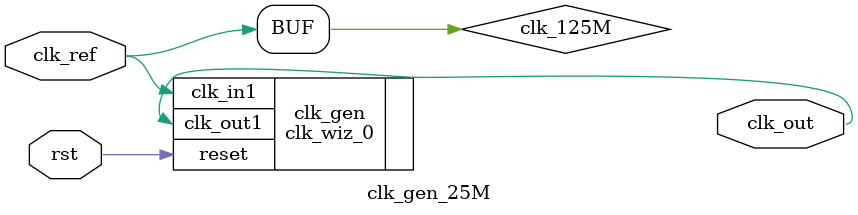
<source format=v>
`timescale 1ns / 1ps

module clk_gen_25M(
    input   clk_ref,   // ±âÁØ Å¬·° ÀÔ·Â
    input   rst,       // ¸®¼Â ½ÅÈ£ ÀÔ·Â
    output  clk_out    // 25.2 MHz Ãâ·Â Å¬·°
    );

    wire clk_125M = clk_ref;  // ±âÁØ Å¬·°À» clk_125MÀ¸·Î ÇÒ´ç

    // 25.2 MHz Å¬·°À» »ý¼ºÇÏ±â À§ÇÑ Å¬·° À§Àúµå ÀÎ½ºÅÏ½º
    clk_wiz_0 clk_gen (
        .clk_out1(clk_out),  // »ý¼ºµÈ Ãâ·Â Å¬·°
        .reset(rst),         // ¸®¼Â ½ÅÈ£
        .clk_in1(clk_125M)   // ÀÔ·Â Å¬·°
    );
endmodule

</source>
